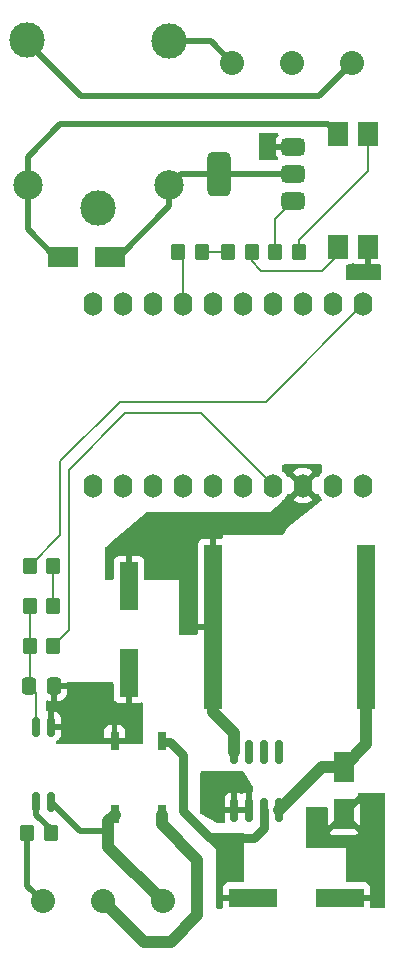
<source format=gbr>
%TF.GenerationSoftware,KiCad,Pcbnew,8.0.6*%
%TF.CreationDate,2024-12-16T14:26:34+01:00*%
%TF.ProjectId,doorbell_watcher,646f6f72-6265-46c6-9c5f-776174636865,rev?*%
%TF.SameCoordinates,Original*%
%TF.FileFunction,Copper,L1,Top*%
%TF.FilePolarity,Positive*%
%FSLAX46Y46*%
G04 Gerber Fmt 4.6, Leading zero omitted, Abs format (unit mm)*
G04 Created by KiCad (PCBNEW 8.0.6) date 2024-12-16 14:26:34*
%MOMM*%
%LPD*%
G01*
G04 APERTURE LIST*
G04 Aperture macros list*
%AMRoundRect*
0 Rectangle with rounded corners*
0 $1 Rounding radius*
0 $2 $3 $4 $5 $6 $7 $8 $9 X,Y pos of 4 corners*
0 Add a 4 corners polygon primitive as box body*
4,1,4,$2,$3,$4,$5,$6,$7,$8,$9,$2,$3,0*
0 Add four circle primitives for the rounded corners*
1,1,$1+$1,$2,$3*
1,1,$1+$1,$4,$5*
1,1,$1+$1,$6,$7*
1,1,$1+$1,$8,$9*
0 Add four rect primitives between the rounded corners*
20,1,$1+$1,$2,$3,$4,$5,0*
20,1,$1+$1,$4,$5,$6,$7,0*
20,1,$1+$1,$6,$7,$8,$9,0*
20,1,$1+$1,$8,$9,$2,$3,0*%
G04 Aperture macros list end*
%TA.AperFunction,ComponentPad*%
%ADD10O,1.600000X2.000000*%
%TD*%
%TA.AperFunction,SMDPad,CuDef*%
%ADD11RoundRect,0.250000X0.350000X0.450000X-0.350000X0.450000X-0.350000X-0.450000X0.350000X-0.450000X0*%
%TD*%
%TA.AperFunction,SMDPad,CuDef*%
%ADD12RoundRect,0.250000X-0.350000X-0.450000X0.350000X-0.450000X0.350000X0.450000X-0.350000X0.450000X0*%
%TD*%
%TA.AperFunction,ComponentPad*%
%ADD13C,2.032000*%
%TD*%
%TA.AperFunction,SMDPad,CuDef*%
%ADD14R,0.762000X1.638300*%
%TD*%
%TA.AperFunction,SMDPad,CuDef*%
%ADD15R,1.780000X2.000000*%
%TD*%
%TA.AperFunction,SMDPad,CuDef*%
%ADD16R,2.500000X1.700000*%
%TD*%
%TA.AperFunction,SMDPad,CuDef*%
%ADD17R,1.600200X4.114800*%
%TD*%
%TA.AperFunction,SMDPad,CuDef*%
%ADD18RoundRect,0.150000X-0.150000X0.825000X-0.150000X-0.825000X0.150000X-0.825000X0.150000X0.825000X0*%
%TD*%
%TA.AperFunction,SMDPad,CuDef*%
%ADD19RoundRect,0.150000X0.150000X-0.662500X0.150000X0.662500X-0.150000X0.662500X-0.150000X-0.662500X0*%
%TD*%
%TA.AperFunction,SMDPad,CuDef*%
%ADD20RoundRect,0.250000X-0.337500X-0.475000X0.337500X-0.475000X0.337500X0.475000X-0.337500X0.475000X0*%
%TD*%
%TA.AperFunction,ComponentPad*%
%ADD21C,3.000000*%
%TD*%
%TA.AperFunction,ComponentPad*%
%ADD22C,2.500000*%
%TD*%
%TA.AperFunction,SMDPad,CuDef*%
%ADD23RoundRect,0.375000X0.625000X0.375000X-0.625000X0.375000X-0.625000X-0.375000X0.625000X-0.375000X0*%
%TD*%
%TA.AperFunction,SMDPad,CuDef*%
%ADD24RoundRect,0.500000X0.500000X1.400000X-0.500000X1.400000X-0.500000X-1.400000X0.500000X-1.400000X0*%
%TD*%
%TA.AperFunction,SMDPad,CuDef*%
%ADD25R,1.700000X2.500000*%
%TD*%
%TA.AperFunction,SMDPad,CuDef*%
%ADD26R,1.524000X13.970000*%
%TD*%
%TA.AperFunction,SMDPad,CuDef*%
%ADD27R,4.114800X1.600200*%
%TD*%
%TA.AperFunction,ViaPad*%
%ADD28C,0.600000*%
%TD*%
%TA.AperFunction,Conductor*%
%ADD29C,0.500000*%
%TD*%
%TA.AperFunction,Conductor*%
%ADD30C,1.000000*%
%TD*%
%TA.AperFunction,Conductor*%
%ADD31C,0.800000*%
%TD*%
%TA.AperFunction,Conductor*%
%ADD32C,0.200000*%
%TD*%
G04 APERTURE END LIST*
D10*
%TO.P,J3,1,Pin_1*%
%TO.N,/IO23*%
X146620000Y-64221000D03*
%TO.P,J3,2,Pin_2*%
%TO.N,/IO19*%
X144080000Y-64221000D03*
%TO.P,J3,3,Pin_3*%
%TO.N,/IO18*%
X141540000Y-64221000D03*
%TO.P,J3,4,Pin_4*%
%TO.N,/IO5*%
X139000000Y-64221000D03*
%TO.P,J3,5,Pin_5*%
%TO.N,/IO22*%
X136460000Y-64221000D03*
%TO.P,J3,6,Pin_6*%
%TO.N,/IO21*%
X133920000Y-64221000D03*
%TO.P,J3,7,Pin_7*%
%TO.N,/IO32*%
X131380000Y-64221000D03*
%TO.P,J3,8,Pin_8*%
%TO.N,/IO33*%
X128840000Y-64221000D03*
%TO.P,J3,9,Pin_9*%
%TO.N,unconnected-(J3-Pin_9-Pad9)*%
X126300000Y-64221000D03*
%TO.P,J3,10,Pin_10*%
%TO.N,GND*%
X123760000Y-64221000D03*
%TD*%
D11*
%TO.P,R7,1*%
%TO.N,/EnableRelay*%
X132980000Y-59821000D03*
%TO.P,R7,2*%
%TO.N,/IO32*%
X130980000Y-59821000D03*
%TD*%
D10*
%TO.P,J4,1,Pin_1*%
%TO.N,unconnected-(J4-Pin_1-Pad1)*%
X146600001Y-79621000D03*
%TO.P,J4,2,Pin_2*%
%TO.N,GND*%
X144060000Y-79621000D03*
%TO.P,J4,3,Pin_3*%
%TO.N,+5V*%
X141520000Y-79621000D03*
%TO.P,J4,4,Pin_4*%
%TO.N,+3V3*%
X138980000Y-79621000D03*
%TO.P,J4,5,Pin_5*%
%TO.N,/IO4*%
X136440001Y-79621000D03*
%TO.P,J4,6,Pin_6*%
%TO.N,/IO14*%
X133899999Y-79621000D03*
%TO.P,J4,7,Pin_7*%
%TO.N,unconnected-(J4-Pin_7-Pad7)*%
X131360000Y-79621000D03*
%TO.P,J4,8,Pin_8*%
%TO.N,unconnected-(J4-Pin_8-Pad8)*%
X128820000Y-79621000D03*
%TO.P,J4,9,Pin_9*%
%TO.N,unconnected-(J4-Pin_9-Pad9)*%
X126280000Y-79621000D03*
%TO.P,J4,10,Pin_10*%
%TO.N,unconnected-(J4-Pin_10-Pad10)*%
X123739999Y-79621000D03*
%TD*%
D12*
%TO.P,R1,1*%
%TO.N,/Sense1*%
X118200000Y-109000000D03*
%TO.P,R1,2*%
%TO.N,Net-(R1-Pad2)*%
X120200000Y-109000000D03*
%TD*%
D13*
%TO.P,J1,1,Pin_1*%
%TO.N,/Vin1*%
X129680000Y-114800000D03*
%TO.P,J1,2,Pin_2*%
%TO.N,/Vin2*%
X124600000Y-114800000D03*
%TO.P,J1,3,Pin_3*%
%TO.N,/Sense1*%
X119520000Y-114800000D03*
%TD*%
D12*
%TO.P,R3,1*%
%TO.N,Net-(C2-Pad1)*%
X118400000Y-89800000D03*
%TO.P,R3,2*%
%TO.N,/ButtonPressed*%
X120400000Y-89800000D03*
%TD*%
D14*
%TO.P,D1,1,+*%
%TO.N,Net-(D1-+)*%
X129580000Y-101221000D03*
%TO.P,D1,2,-*%
%TO.N,GND*%
X125579998Y-101221000D03*
%TO.P,D1,3*%
%TO.N,/Vin1*%
X125579998Y-107405900D03*
%TO.P,D1,4*%
%TO.N,/Vin2*%
X129580000Y-107405900D03*
%TD*%
D15*
%TO.P,U3,1*%
%TO.N,Net-(R4-Pad2)*%
X144510000Y-59386000D03*
%TO.P,U3,2*%
%TO.N,GND*%
X147050000Y-59386000D03*
%TO.P,U3,3*%
%TO.N,Net-(R6-Pad1)*%
X147050000Y-49856000D03*
%TO.P,U3,4*%
%TO.N,+3V3*%
X144510000Y-49856000D03*
%TD*%
D12*
%TO.P,R2,1*%
%TO.N,Net-(C2-Pad1)*%
X118400000Y-93200000D03*
%TO.P,R2,2*%
%TO.N,+3V3*%
X120400000Y-93200000D03*
%TD*%
D16*
%TO.P,D3,1,K*%
%TO.N,+3V3*%
X121179998Y-60221000D03*
%TO.P,D3,2,A*%
%TO.N,Net-(D3-A)*%
X125180000Y-60221000D03*
%TD*%
D11*
%TO.P,R6,1*%
%TO.N,Net-(R6-Pad1)*%
X141180000Y-59821000D03*
%TO.P,R6,2*%
%TO.N,Net-(Q1-B)*%
X139180000Y-59821000D03*
%TD*%
D17*
%TO.P,C3,1*%
%TO.N,+5V*%
X126800000Y-88142400D03*
%TO.P,C3,2*%
%TO.N,GND*%
X126800000Y-95457600D03*
%TD*%
D18*
%TO.P,U2,1,NC*%
%TO.N,unconnected-(U2-NC-Pad1)*%
X139505000Y-102125000D03*
%TO.P,U2,2,NC*%
%TO.N,unconnected-(U2-NC-Pad2)*%
X138235000Y-102125000D03*
%TO.P,U2,3,NC*%
%TO.N,unconnected-(U2-NC-Pad3)*%
X136965000Y-102125000D03*
%TO.P,U2,4,FB*%
%TO.N,+5V*%
X135695000Y-102125000D03*
%TO.P,U2,5,~{ON}/OFF*%
%TO.N,GND*%
X135695000Y-107075000D03*
%TO.P,U2,6,GND*%
X136965000Y-107075000D03*
%TO.P,U2,7,VIN*%
%TO.N,Net-(D1-+)*%
X138235000Y-107075000D03*
%TO.P,U2,8,OUT*%
%TO.N,Net-(D2-K)*%
X139505000Y-107075000D03*
%TD*%
D19*
%TO.P,U1,1*%
%TO.N,Net-(R1-Pad2)*%
X118965000Y-106387500D03*
%TO.P,U1,2*%
%TO.N,/Vin1*%
X120235000Y-106387500D03*
%TO.P,U1,3*%
%TO.N,GND*%
X120235000Y-100012500D03*
%TO.P,U1,4*%
%TO.N,Net-(C2-Pad1)*%
X118965000Y-100012500D03*
%TD*%
D13*
%TO.P,J2,1,Pin_1*%
%TO.N,/RelayNC*%
X145726600Y-43821000D03*
%TO.P,J2,2,Pin_2*%
%TO.N,/RelayCOM*%
X140646600Y-43821000D03*
%TO.P,J2,3,Pin_3*%
%TO.N,/RelayNO*%
X135566600Y-43821000D03*
%TD*%
D20*
%TO.P,C2,1*%
%TO.N,Net-(C2-Pad1)*%
X118362500Y-96600000D03*
%TO.P,C2,2*%
%TO.N,GND*%
X120437500Y-96600000D03*
%TD*%
D21*
%TO.P,K1,1*%
%TO.N,/RelayCOM*%
X124180000Y-56121000D03*
D22*
%TO.P,K1,2*%
%TO.N,Net-(D3-A)*%
X130230000Y-54171000D03*
D21*
%TO.P,K1,3*%
%TO.N,/RelayNO*%
X130230000Y-41971000D03*
%TO.P,K1,4*%
%TO.N,/RelayNC*%
X118180000Y-41921000D03*
D22*
%TO.P,K1,5*%
%TO.N,+3V3*%
X118230000Y-54171000D03*
%TD*%
D23*
%TO.P,Q1,1,B*%
%TO.N,Net-(Q1-B)*%
X140730000Y-55521000D03*
%TO.P,Q1,2,C*%
%TO.N,Net-(D3-A)*%
X140729999Y-53221000D03*
D24*
X134430001Y-53221000D03*
D23*
%TO.P,Q1,3,E*%
%TO.N,GND*%
X140730000Y-50921000D03*
%TD*%
D11*
%TO.P,R5,1*%
%TO.N,/ButtonPressed*%
X120380000Y-86421000D03*
%TO.P,R5,2*%
%TO.N,/IO23*%
X118380000Y-86421000D03*
%TD*%
D25*
%TO.P,D2,1,K*%
%TO.N,Net-(D2-K)*%
X144980000Y-103421000D03*
%TO.P,D2,2,A*%
%TO.N,GND*%
X144980000Y-107421000D03*
%TD*%
D12*
%TO.P,R4,1*%
%TO.N,/EnableRelay*%
X135180000Y-59821000D03*
%TO.P,R4,2*%
%TO.N,Net-(R4-Pad2)*%
X137180000Y-59821000D03*
%TD*%
D26*
%TO.P,L1,1,1*%
%TO.N,Net-(D2-K)*%
X146877000Y-91600000D03*
%TO.P,L1,2,2*%
%TO.N,+5V*%
X133923000Y-91600000D03*
%TD*%
D27*
%TO.P,C1,1*%
%TO.N,Net-(D1-+)*%
X137342400Y-114500000D03*
%TO.P,C1,2*%
%TO.N,GND*%
X144657600Y-114500000D03*
%TD*%
D28*
%TO.N,GND*%
X122000000Y-99621000D03*
X142980000Y-107621000D03*
X133400000Y-106400000D03*
X134400000Y-105400000D03*
X124380000Y-99621000D03*
X123250000Y-99621000D03*
X134400000Y-104400000D03*
X126780000Y-99021000D03*
X124380000Y-97621000D03*
X122000000Y-98621000D03*
X142980000Y-108621000D03*
X147780000Y-61421000D03*
X122000000Y-97621000D03*
X123250000Y-97621000D03*
X134400000Y-107400000D03*
X124380000Y-98621000D03*
X133400000Y-105400000D03*
X147180000Y-107621000D03*
X146780000Y-61421000D03*
X138380000Y-50221000D03*
X125580000Y-99021000D03*
X138380000Y-51221000D03*
X145780000Y-61421000D03*
X133400000Y-104400000D03*
X134400000Y-106400000D03*
X147180000Y-106621000D03*
X147180000Y-109621000D03*
X123250000Y-98621000D03*
X147180000Y-108621000D03*
X147180000Y-110621000D03*
%TD*%
D29*
%TO.N,/Vin1*%
X120235000Y-106387500D02*
X122697500Y-108850000D01*
D30*
X125050000Y-110170000D02*
X125050000Y-108850000D01*
D29*
X122697500Y-108850000D02*
X125050000Y-108850000D01*
D30*
X125050000Y-108850000D02*
X125050000Y-108042449D01*
X129680000Y-114800000D02*
X125050000Y-110170000D01*
X125050000Y-108042449D02*
X125599999Y-107492450D01*
%TO.N,/Vin2*%
X132600000Y-116000000D02*
X132600000Y-111300000D01*
X132600000Y-111300000D02*
X129600001Y-108300001D01*
X130350000Y-118250000D02*
X132600000Y-116000000D01*
X129600001Y-108300001D02*
X129600001Y-107492450D01*
X124600000Y-114800000D02*
X128050000Y-118250000D01*
X128050000Y-118250000D02*
X130350000Y-118250000D01*
%TO.N,+5V*%
X133923000Y-98785000D02*
X135695000Y-100557000D01*
X133923000Y-91600000D02*
X133923000Y-95077000D01*
X133923000Y-91600000D02*
X133923000Y-98785000D01*
X135695000Y-100557000D02*
X135695000Y-102125000D01*
X133923000Y-95077000D02*
X133750000Y-95250000D01*
D29*
%TO.N,Net-(R1-Pad2)*%
X120200000Y-108700000D02*
X118965000Y-107465000D01*
X118965000Y-107465000D02*
X118965000Y-106387500D01*
X120200000Y-109000000D02*
X120200000Y-108700000D01*
D31*
%TO.N,Net-(D1-+)*%
X131380000Y-107180000D02*
X133621000Y-109421000D01*
X133621000Y-109421000D02*
X137379000Y-109421000D01*
X138235000Y-108565000D02*
X138235000Y-107075000D01*
X137379000Y-109421000D02*
X138235000Y-108565000D01*
X130266550Y-101307550D02*
X131380000Y-102421000D01*
X131380000Y-102421000D02*
X131380000Y-107180000D01*
X129600001Y-101307550D02*
X130266550Y-101307550D01*
D30*
%TO.N,Net-(D2-K)*%
X144980000Y-103421000D02*
X146877000Y-101524000D01*
X146877000Y-101524000D02*
X146877000Y-91600000D01*
X143159000Y-103421000D02*
X144980000Y-103421000D01*
X139505000Y-107075000D02*
X143159000Y-103421000D01*
D32*
%TO.N,Net-(D3-A)*%
X125180000Y-59621000D02*
X125180000Y-60221000D01*
D29*
X140729999Y-53221000D02*
X131180000Y-53221000D01*
X125980000Y-60221000D02*
X130230000Y-55971000D01*
X125180000Y-60221000D02*
X125980000Y-60221000D01*
X131180000Y-53221000D02*
X130230000Y-54171000D01*
X130230000Y-55971000D02*
X130230000Y-54171000D01*
D32*
%TO.N,+3V3*%
X132929000Y-73500000D02*
X139000000Y-79571000D01*
D29*
X143675000Y-49021000D02*
X144510000Y-49856000D01*
D32*
X121750000Y-91850000D02*
X121750000Y-78250000D01*
D29*
X118230000Y-57871002D02*
X118230000Y-54171000D01*
D32*
X120400000Y-93200000D02*
X121750000Y-91850000D01*
X126500000Y-73500000D02*
X132929000Y-73500000D01*
D29*
X118230000Y-54171000D02*
X118230000Y-51771000D01*
X120980000Y-49021000D02*
X143675000Y-49021000D01*
D32*
X121750000Y-78250000D02*
X126500000Y-73500000D01*
D29*
X120579998Y-60221000D02*
X118230000Y-57871002D01*
X121179998Y-60221000D02*
X120579998Y-60221000D01*
X118230000Y-51771000D02*
X120980000Y-49021000D01*
D32*
%TO.N,/ButtonPressed*%
X120400000Y-89800000D02*
X120400000Y-86400000D01*
%TO.N,/IO23*%
X121000000Y-83800000D02*
X118400000Y-86400000D01*
X147100000Y-63770000D02*
X146620000Y-64250000D01*
X126000000Y-72500000D02*
X121000000Y-77500000D01*
X121000000Y-77500000D02*
X121000000Y-83800000D01*
X138370000Y-72500000D02*
X126000000Y-72500000D01*
X146620000Y-64250000D02*
X138370000Y-72500000D01*
%TO.N,/IO32*%
X131380000Y-60221000D02*
X130980000Y-59821000D01*
X131380000Y-64221000D02*
X131380000Y-60221000D01*
%TO.N,Net-(C2-Pad1)*%
X118362500Y-96600000D02*
X118362500Y-96362500D01*
X118400000Y-96325000D02*
X118400000Y-93200000D01*
X118400000Y-89800000D02*
X118400000Y-93200000D01*
X118965000Y-97202500D02*
X118362500Y-96600000D01*
X118362500Y-96362500D02*
X118400000Y-96325000D01*
X118965000Y-100012500D02*
X118965000Y-97202500D01*
D29*
%TO.N,/Sense1*%
X119520000Y-114800000D02*
X118200000Y-113480000D01*
X118200000Y-113480000D02*
X118200000Y-109000000D01*
%TO.N,/RelayNC*%
X142926600Y-46621000D02*
X145726600Y-43821000D01*
X118180000Y-42021000D02*
X122780000Y-46621000D01*
X118180000Y-41921000D02*
X118180000Y-42021000D01*
X122780000Y-46621000D02*
X142926600Y-46621000D01*
%TO.N,/RelayNO*%
X133716600Y-41971000D02*
X135566600Y-43821000D01*
X130230000Y-41971000D02*
X133716600Y-41971000D01*
D32*
%TO.N,Net-(Q1-B)*%
X139180000Y-57071000D02*
X140730000Y-55521000D01*
X139180000Y-59821000D02*
X139180000Y-57071000D01*
%TO.N,Net-(R4-Pad2)*%
X137980000Y-61421000D02*
X143180000Y-61421000D01*
X137180000Y-59821000D02*
X137180000Y-60621000D01*
X137180000Y-60621000D02*
X137980000Y-61421000D01*
X143180000Y-61421000D02*
X144510000Y-60091000D01*
X144510000Y-60091000D02*
X144510000Y-59386000D01*
%TO.N,/EnableRelay*%
X132980000Y-59821000D02*
X135180000Y-59821000D01*
%TO.N,Net-(R6-Pad1)*%
X147050000Y-52951000D02*
X147050000Y-49856000D01*
X141180000Y-58821000D02*
X147050000Y-52951000D01*
X141180000Y-59821000D02*
X141180000Y-58821000D01*
%TD*%
%TA.AperFunction,Conductor*%
%TO.N,GND*%
G36*
X121730202Y-96230648D02*
G01*
X121736680Y-96236680D01*
X121750000Y-96250000D01*
X125375900Y-96250000D01*
X125442939Y-96269685D01*
X125488694Y-96322489D01*
X125499900Y-96374000D01*
X125499900Y-97562844D01*
X125506301Y-97622372D01*
X125506303Y-97622379D01*
X125556545Y-97757086D01*
X125556549Y-97757093D01*
X125642709Y-97872187D01*
X125642712Y-97872190D01*
X125757806Y-97958350D01*
X125757813Y-97958354D01*
X125892520Y-98008596D01*
X125892527Y-98008598D01*
X125952055Y-98014999D01*
X125952072Y-98015000D01*
X126550000Y-98015000D01*
X126550000Y-96250000D01*
X127050000Y-96250000D01*
X127050000Y-98015000D01*
X127647928Y-98015000D01*
X127647944Y-98014999D01*
X127707472Y-98008598D01*
X127707476Y-98008597D01*
X127832666Y-97961904D01*
X127902358Y-97956920D01*
X127963681Y-97990405D01*
X127997166Y-98051728D01*
X128000000Y-98078086D01*
X128000000Y-101376000D01*
X127980315Y-101443039D01*
X127927511Y-101488794D01*
X127876000Y-101500000D01*
X126541360Y-101500000D01*
X126474321Y-101480315D01*
X126462762Y-101471000D01*
X124692913Y-101471000D01*
X124644994Y-101497166D01*
X124618636Y-101500000D01*
X120720179Y-101500000D01*
X120653140Y-101480315D01*
X120607385Y-101427511D01*
X120597441Y-101358353D01*
X120626466Y-101294797D01*
X120657058Y-101269268D01*
X120786552Y-101192685D01*
X120786561Y-101192678D01*
X120902678Y-101076561D01*
X120902685Y-101076552D01*
X120986282Y-100935196D01*
X120986283Y-100935193D01*
X121032099Y-100777495D01*
X121032100Y-100777489D01*
X121034999Y-100740649D01*
X121035000Y-100740634D01*
X121035000Y-100354005D01*
X124698998Y-100354005D01*
X124698998Y-100971000D01*
X125329998Y-100971000D01*
X125829998Y-100971000D01*
X126460998Y-100971000D01*
X126460998Y-100354022D01*
X126460997Y-100354005D01*
X126454596Y-100294477D01*
X126454594Y-100294470D01*
X126404352Y-100159763D01*
X126404348Y-100159756D01*
X126318188Y-100044662D01*
X126318185Y-100044659D01*
X126203091Y-99958499D01*
X126203084Y-99958495D01*
X126068377Y-99908253D01*
X126068370Y-99908251D01*
X126008842Y-99901850D01*
X125829998Y-99901850D01*
X125829998Y-100971000D01*
X125329998Y-100971000D01*
X125329998Y-99901850D01*
X125151153Y-99901850D01*
X125091625Y-99908251D01*
X125091618Y-99908253D01*
X124956911Y-99958495D01*
X124956904Y-99958499D01*
X124841810Y-100044659D01*
X124841807Y-100044662D01*
X124755647Y-100159756D01*
X124755643Y-100159763D01*
X124705401Y-100294470D01*
X124705399Y-100294477D01*
X124698998Y-100354005D01*
X121035000Y-100354005D01*
X121035000Y-100262500D01*
X120109000Y-100262500D01*
X120041961Y-100242815D01*
X119996206Y-100190011D01*
X119985000Y-100138500D01*
X119985000Y-99762500D01*
X120485000Y-99762500D01*
X121035000Y-99762500D01*
X121035000Y-99284365D01*
X121034999Y-99284350D01*
X121032100Y-99247510D01*
X121032099Y-99247504D01*
X120986283Y-99089806D01*
X120986282Y-99089803D01*
X120902685Y-98948447D01*
X120902678Y-98948438D01*
X120786561Y-98832321D01*
X120786552Y-98832314D01*
X120645196Y-98748717D01*
X120645193Y-98748716D01*
X120487494Y-98702900D01*
X120487497Y-98702900D01*
X120485000Y-98702703D01*
X120485000Y-99762500D01*
X119985000Y-99762500D01*
X119985000Y-98702703D01*
X119982507Y-98702900D01*
X119908594Y-98724374D01*
X119838725Y-98724174D01*
X119780055Y-98686231D01*
X119751212Y-98622593D01*
X119750000Y-98605297D01*
X119750000Y-97920845D01*
X119769685Y-97853806D01*
X119822489Y-97808051D01*
X119891647Y-97798107D01*
X119913006Y-97803140D01*
X119947300Y-97814504D01*
X119947309Y-97814506D01*
X120050019Y-97824999D01*
X120187499Y-97824999D01*
X120687500Y-97824999D01*
X120824972Y-97824999D01*
X120824986Y-97824998D01*
X120927697Y-97814505D01*
X121094119Y-97759358D01*
X121094124Y-97759356D01*
X121243345Y-97667315D01*
X121367315Y-97543345D01*
X121459356Y-97394124D01*
X121459358Y-97394119D01*
X121514505Y-97227697D01*
X121514506Y-97227690D01*
X121524999Y-97124986D01*
X121525000Y-97124973D01*
X121525000Y-96850000D01*
X120687500Y-96850000D01*
X120687500Y-97824999D01*
X120187499Y-97824999D01*
X120187500Y-97824998D01*
X120187500Y-96474000D01*
X120207185Y-96406961D01*
X120259989Y-96361206D01*
X120311500Y-96350000D01*
X121524999Y-96350000D01*
X121524999Y-96324361D01*
X121544684Y-96257322D01*
X121597488Y-96211567D01*
X121666646Y-96201623D01*
X121730202Y-96230648D01*
G37*
%TD.AperFunction*%
%TD*%
%TA.AperFunction,Conductor*%
%TO.N,+5V*%
G36*
X142673390Y-80420837D02*
G01*
X142679234Y-80409370D01*
X142727208Y-80358574D01*
X142795029Y-80341778D01*
X142861164Y-80364315D01*
X142900204Y-80409369D01*
X142947715Y-80502613D01*
X143068028Y-80668213D01*
X143104711Y-80704896D01*
X143138196Y-80766219D01*
X143133212Y-80835911D01*
X143094492Y-80889405D01*
X140179999Y-83221000D01*
X139987820Y-83499970D01*
X139834076Y-83723147D01*
X139779836Y-83767186D01*
X139731963Y-83776800D01*
X134735800Y-83776800D01*
X134735800Y-83991000D01*
X134716115Y-84058039D01*
X134663311Y-84103794D01*
X134611800Y-84115000D01*
X134173000Y-84115000D01*
X134173000Y-91726000D01*
X134153315Y-91793039D01*
X134100511Y-91838794D01*
X134049000Y-91850000D01*
X132661000Y-91850000D01*
X132661000Y-92097000D01*
X132641315Y-92164039D01*
X132588511Y-92209794D01*
X132537000Y-92221000D01*
X131127700Y-92221000D01*
X131060661Y-92201315D01*
X131014906Y-92148511D01*
X131003700Y-92097000D01*
X131003700Y-87596300D01*
X128224100Y-87596300D01*
X128157061Y-87576615D01*
X128111306Y-87523811D01*
X128100100Y-87472300D01*
X128100100Y-86037172D01*
X128100099Y-86037155D01*
X128093698Y-85977627D01*
X128093696Y-85977620D01*
X128043454Y-85842913D01*
X128043450Y-85842906D01*
X127957290Y-85727812D01*
X127957287Y-85727809D01*
X127842193Y-85641649D01*
X127842186Y-85641645D01*
X127707479Y-85591403D01*
X127707472Y-85591401D01*
X127647944Y-85585000D01*
X127050000Y-85585000D01*
X127050000Y-88268400D01*
X127030315Y-88335439D01*
X126977511Y-88381194D01*
X126926000Y-88392400D01*
X126674000Y-88392400D01*
X126606961Y-88372715D01*
X126561206Y-88319911D01*
X126550000Y-88268400D01*
X126550000Y-85585000D01*
X125952055Y-85585000D01*
X125892527Y-85591401D01*
X125892520Y-85591403D01*
X125757813Y-85641645D01*
X125757806Y-85641649D01*
X125642712Y-85727809D01*
X125642709Y-85727812D01*
X125556549Y-85842906D01*
X125556545Y-85842913D01*
X125506303Y-85977620D01*
X125506301Y-85977627D01*
X125499900Y-86037155D01*
X125499900Y-87472300D01*
X125480215Y-87539339D01*
X125427411Y-87585094D01*
X125375900Y-87596300D01*
X124904000Y-87596300D01*
X124836961Y-87576615D01*
X124791206Y-87523811D01*
X124780000Y-87472300D01*
X124780000Y-84879078D01*
X124799685Y-84812039D01*
X124824617Y-84783819D01*
X125084614Y-84567155D01*
X132661000Y-84567155D01*
X132661000Y-91350000D01*
X133673000Y-91350000D01*
X133673000Y-84115000D01*
X133113155Y-84115000D01*
X133053627Y-84121401D01*
X133053620Y-84121403D01*
X132918913Y-84171645D01*
X132918906Y-84171649D01*
X132803812Y-84257809D01*
X132803809Y-84257812D01*
X132717649Y-84372906D01*
X132717645Y-84372913D01*
X132667403Y-84507620D01*
X132667401Y-84507627D01*
X132661000Y-84567155D01*
X125084614Y-84567155D01*
X125156048Y-84507627D01*
X128345511Y-81849741D01*
X128409614Y-81821945D01*
X128424894Y-81821000D01*
X138779999Y-81821000D01*
X138780000Y-81821000D01*
X139780000Y-81021000D01*
X139780000Y-80910453D01*
X139799685Y-80843414D01*
X139824552Y-80817350D01*
X139823512Y-80816132D01*
X139827210Y-80812972D01*
X139827219Y-80812966D01*
X139971966Y-80668219D01*
X139971968Y-80668215D01*
X139971971Y-80668213D01*
X140092284Y-80502614D01*
X140092285Y-80502613D01*
X140092287Y-80502610D01*
X140139795Y-80409369D01*
X140187770Y-80358574D01*
X140255591Y-80341779D01*
X140321725Y-80364316D01*
X140360765Y-80409371D01*
X140366607Y-80420838D01*
X140366608Y-80420838D01*
X141028871Y-79758575D01*
X141044755Y-79817853D01*
X141111898Y-79934147D01*
X141206853Y-80029102D01*
X141323147Y-80096245D01*
X141382424Y-80112128D01*
X140678238Y-80816312D01*
X140838650Y-80932859D01*
X141020968Y-81025755D01*
X141215582Y-81088990D01*
X141417683Y-81121000D01*
X141622317Y-81121000D01*
X141824417Y-81088990D01*
X142019031Y-81025755D01*
X142201349Y-80932859D01*
X142361759Y-80816312D01*
X142361760Y-80816312D01*
X141657575Y-80112128D01*
X141716853Y-80096245D01*
X141833147Y-80029102D01*
X141928102Y-79934147D01*
X141995245Y-79817853D01*
X142011128Y-79758575D01*
X142673390Y-80420837D01*
G37*
%TD.AperFunction*%
%TA.AperFunction,Conductor*%
G36*
X143123039Y-77840685D02*
G01*
X143168794Y-77893489D01*
X143180000Y-77945000D01*
X143180000Y-78410453D01*
X143160315Y-78477492D01*
X143143681Y-78498134D01*
X143068032Y-78573782D01*
X143068028Y-78573786D01*
X142947713Y-78739388D01*
X142900203Y-78832631D01*
X142852229Y-78883426D01*
X142784407Y-78900221D01*
X142718273Y-78877683D01*
X142679234Y-78832629D01*
X142673390Y-78821161D01*
X142011127Y-79483423D01*
X141995245Y-79424147D01*
X141928102Y-79307853D01*
X141833147Y-79212898D01*
X141716853Y-79145755D01*
X141657575Y-79129872D01*
X142361760Y-78425687D01*
X142361759Y-78425686D01*
X142201349Y-78309140D01*
X142019031Y-78216244D01*
X141824417Y-78153009D01*
X141622317Y-78121000D01*
X141417683Y-78121000D01*
X141215582Y-78153009D01*
X141020968Y-78216244D01*
X140838647Y-78309142D01*
X140678239Y-78425684D01*
X140678238Y-78425686D01*
X141382424Y-79129871D01*
X141323147Y-79145755D01*
X141206853Y-79212898D01*
X141111898Y-79307853D01*
X141044755Y-79424147D01*
X141028871Y-79483424D01*
X140366607Y-78821160D01*
X140360765Y-78832628D01*
X140312791Y-78883424D01*
X140244970Y-78900220D01*
X140178835Y-78877683D01*
X140139795Y-78832629D01*
X140128049Y-78809577D01*
X140092287Y-78739390D01*
X140084556Y-78728749D01*
X139971971Y-78573786D01*
X139827221Y-78429036D01*
X139823514Y-78425870D01*
X139824940Y-78424199D01*
X139788084Y-78375586D01*
X139780000Y-78331546D01*
X139780000Y-77945000D01*
X139799685Y-77877961D01*
X139852489Y-77832206D01*
X139904000Y-77821000D01*
X143056000Y-77821000D01*
X143123039Y-77840685D01*
G37*
%TD.AperFunction*%
%TD*%
%TA.AperFunction,Conductor*%
%TO.N,Net-(D1-+)*%
G36*
X136523039Y-109040685D02*
G01*
X136568794Y-109093489D01*
X136580000Y-109145000D01*
X136580000Y-113075900D01*
X136560315Y-113142939D01*
X136507511Y-113188694D01*
X136456000Y-113199900D01*
X135237155Y-113199900D01*
X135177627Y-113206301D01*
X135177620Y-113206303D01*
X135042913Y-113256545D01*
X135042906Y-113256549D01*
X134927812Y-113342709D01*
X134927809Y-113342712D01*
X134841649Y-113457806D01*
X134841645Y-113457813D01*
X134791403Y-113592520D01*
X134791401Y-113592527D01*
X134785000Y-113652055D01*
X134785000Y-114250000D01*
X136580000Y-114250000D01*
X136580000Y-114750000D01*
X134785000Y-114750000D01*
X134785000Y-115297000D01*
X134765315Y-115364039D01*
X134712511Y-115409794D01*
X134661000Y-115421000D01*
X134304000Y-115421000D01*
X134236961Y-115401315D01*
X134191206Y-115348511D01*
X134180000Y-115297000D01*
X134180000Y-110421000D01*
X133216319Y-109457319D01*
X133182834Y-109395996D01*
X133180000Y-109369638D01*
X133180000Y-109145000D01*
X133199685Y-109077961D01*
X133252489Y-109032206D01*
X133304000Y-109021000D01*
X136456000Y-109021000D01*
X136523039Y-109040685D01*
G37*
%TD.AperFunction*%
%TD*%
%TA.AperFunction,Conductor*%
%TO.N,GND*%
G36*
X136495079Y-103819685D02*
G01*
X136535702Y-103862479D01*
X137283662Y-105171408D01*
X137300000Y-105232929D01*
X137300000Y-105475231D01*
X137280315Y-105542270D01*
X137254053Y-105565026D01*
X137254846Y-105565884D01*
X137215000Y-105602703D01*
X137215000Y-107201000D01*
X137195315Y-107268039D01*
X137142511Y-107313794D01*
X137091000Y-107325000D01*
X134895000Y-107325000D01*
X134895000Y-107965649D01*
X134897899Y-108002487D01*
X134909206Y-108041405D01*
X134909006Y-108111275D01*
X134871064Y-108169945D01*
X134807425Y-108198788D01*
X134790129Y-108200000D01*
X134282930Y-108200000D01*
X134221409Y-108183662D01*
X132919249Y-107439570D01*
X132893089Y-107419589D01*
X132886319Y-107412819D01*
X132852834Y-107351496D01*
X132850000Y-107325138D01*
X132850000Y-106184350D01*
X134895000Y-106184350D01*
X134895000Y-106825000D01*
X135445000Y-106825000D01*
X135445000Y-105602703D01*
X135945000Y-105602703D01*
X135945000Y-106825000D01*
X136715000Y-106825000D01*
X136715000Y-105602703D01*
X136712503Y-105602900D01*
X136554806Y-105648716D01*
X136554803Y-105648717D01*
X136413447Y-105732314D01*
X136407278Y-105737100D01*
X136405457Y-105734753D01*
X136356358Y-105761564D01*
X136286666Y-105756580D01*
X136253930Y-105735541D01*
X136252722Y-105737100D01*
X136246552Y-105732314D01*
X136105196Y-105648717D01*
X136105193Y-105648716D01*
X135947494Y-105602900D01*
X135947497Y-105602900D01*
X135945000Y-105602703D01*
X135445000Y-105602703D01*
X135442503Y-105602900D01*
X135284806Y-105648716D01*
X135284803Y-105648717D01*
X135143447Y-105732314D01*
X135143438Y-105732321D01*
X135027321Y-105848438D01*
X135027314Y-105848447D01*
X134943717Y-105989803D01*
X134943716Y-105989806D01*
X134897900Y-106147504D01*
X134897899Y-106147510D01*
X134895000Y-106184350D01*
X132850000Y-106184350D01*
X132850000Y-103924000D01*
X132869685Y-103856961D01*
X132922489Y-103811206D01*
X132974000Y-103800000D01*
X136428040Y-103800000D01*
X136495079Y-103819685D01*
G37*
%TD.AperFunction*%
%TD*%
%TA.AperFunction,Conductor*%
%TO.N,GND*%
G36*
X139413192Y-49791185D02*
G01*
X139458947Y-49843989D01*
X139468891Y-49913147D01*
X139442800Y-49973187D01*
X139363392Y-50071974D01*
X139363390Y-50071977D01*
X139278831Y-50242476D01*
X139232897Y-50427175D01*
X139230000Y-50469903D01*
X139230000Y-50671000D01*
X140856000Y-50671000D01*
X140923039Y-50690685D01*
X140968794Y-50743489D01*
X140980000Y-50795000D01*
X140980000Y-51047000D01*
X140960315Y-51114039D01*
X140907511Y-51159794D01*
X140856000Y-51171000D01*
X139230000Y-51171000D01*
X139230000Y-51372096D01*
X139232897Y-51414824D01*
X139278831Y-51599523D01*
X139363390Y-51770022D01*
X139363392Y-51770025D01*
X139403011Y-51819313D01*
X139429670Y-51883897D01*
X139417180Y-51952641D01*
X139369506Y-52003720D01*
X139306364Y-52021000D01*
X137904000Y-52021000D01*
X137836961Y-52001315D01*
X137791206Y-51948511D01*
X137780000Y-51897000D01*
X137780000Y-49895500D01*
X137799685Y-49828461D01*
X137852489Y-49782706D01*
X137904000Y-49771500D01*
X139346153Y-49771500D01*
X139413192Y-49791185D01*
G37*
%TD.AperFunction*%
%TD*%
%TA.AperFunction,Conductor*%
%TO.N,GND*%
G36*
X148422539Y-105619685D02*
G01*
X148468294Y-105672489D01*
X148479500Y-105724000D01*
X148479500Y-115276000D01*
X148459815Y-115343039D01*
X148407011Y-115388794D01*
X148355500Y-115400000D01*
X147339000Y-115400000D01*
X147271961Y-115380315D01*
X147226206Y-115327511D01*
X147215000Y-115276000D01*
X147215000Y-114750000D01*
X144531600Y-114750000D01*
X144464561Y-114730315D01*
X144418806Y-114677511D01*
X144407600Y-114626000D01*
X144407600Y-114374000D01*
X144427285Y-114306961D01*
X144480089Y-114261206D01*
X144531600Y-114250000D01*
X147215000Y-114250000D01*
X147215000Y-113652072D01*
X147214999Y-113652055D01*
X147208598Y-113592527D01*
X147208596Y-113592520D01*
X147158354Y-113457813D01*
X147158350Y-113457806D01*
X147072190Y-113342712D01*
X147072187Y-113342709D01*
X146957093Y-113256549D01*
X146957086Y-113256545D01*
X146822379Y-113206303D01*
X146822372Y-113206301D01*
X146762844Y-113199900D01*
X145327700Y-113199900D01*
X145260661Y-113180215D01*
X145214906Y-113127411D01*
X145203700Y-113075900D01*
X145203700Y-110296300D01*
X141924000Y-110296300D01*
X141856961Y-110276615D01*
X141811206Y-110223811D01*
X141800000Y-110172300D01*
X141800000Y-109001625D01*
X143752926Y-109001625D01*
X143772812Y-109028189D01*
X143772813Y-109028190D01*
X143887911Y-109114352D01*
X143887913Y-109114354D01*
X144022620Y-109164596D01*
X144022627Y-109164598D01*
X144082155Y-109170999D01*
X144082172Y-109171000D01*
X145877828Y-109171000D01*
X145877844Y-109170999D01*
X145937372Y-109164598D01*
X145937379Y-109164596D01*
X146072086Y-109114354D01*
X146072088Y-109114352D01*
X146187190Y-109028188D01*
X146207072Y-109001626D01*
X146207072Y-109001625D01*
X144980000Y-107774553D01*
X143752926Y-109001625D01*
X141800000Y-109001625D01*
X141800000Y-106924000D01*
X141819685Y-106856961D01*
X141872489Y-106811206D01*
X141924000Y-106800000D01*
X143506000Y-106800000D01*
X143573039Y-106819685D01*
X143618794Y-106872489D01*
X143630000Y-106924000D01*
X143630000Y-108417447D01*
X144626448Y-107420999D01*
X145333553Y-107420999D01*
X145333553Y-107421000D01*
X146329999Y-108417447D01*
X146330000Y-108417446D01*
X146330000Y-106424553D01*
X146329999Y-106424552D01*
X145333553Y-107420999D01*
X144626448Y-107420999D01*
X146207073Y-105840374D01*
X146207073Y-105840373D01*
X146187185Y-105813806D01*
X146185060Y-105811681D01*
X146183619Y-105809042D01*
X146181874Y-105806711D01*
X146182209Y-105806460D01*
X146151575Y-105750358D01*
X146156559Y-105680666D01*
X146198431Y-105624733D01*
X146263895Y-105600316D01*
X146272741Y-105600000D01*
X148355500Y-105600000D01*
X148422539Y-105619685D01*
G37*
%TD.AperFunction*%
%TD*%
%TA.AperFunction,Conductor*%
%TO.N,GND*%
G36*
X147243039Y-59155685D02*
G01*
X147288794Y-59208489D01*
X147300000Y-59260000D01*
X147300000Y-60886000D01*
X147987828Y-60886000D01*
X147987841Y-60885999D01*
X148042743Y-60880096D01*
X148111503Y-60892500D01*
X148162641Y-60940110D01*
X148180000Y-61003385D01*
X148180000Y-62097000D01*
X148160315Y-62164039D01*
X148107511Y-62209794D01*
X148056000Y-62221000D01*
X145304000Y-62221000D01*
X145236961Y-62201315D01*
X145191206Y-62148511D01*
X145180000Y-62097000D01*
X145180000Y-61010499D01*
X145199685Y-60943460D01*
X145252489Y-60897705D01*
X145304000Y-60886499D01*
X145447871Y-60886499D01*
X145447872Y-60886499D01*
X145507483Y-60880091D01*
X145642331Y-60829796D01*
X145706105Y-60782054D01*
X145771568Y-60757637D01*
X145839842Y-60772488D01*
X145854726Y-60782054D01*
X145917907Y-60829350D01*
X145917913Y-60829354D01*
X146052620Y-60879596D01*
X146052627Y-60879598D01*
X146112155Y-60885999D01*
X146112172Y-60886000D01*
X146800000Y-60886000D01*
X146800000Y-59260000D01*
X146819685Y-59192961D01*
X146872489Y-59147206D01*
X146924000Y-59136000D01*
X147176000Y-59136000D01*
X147243039Y-59155685D01*
G37*
%TD.AperFunction*%
%TD*%
M02*

</source>
